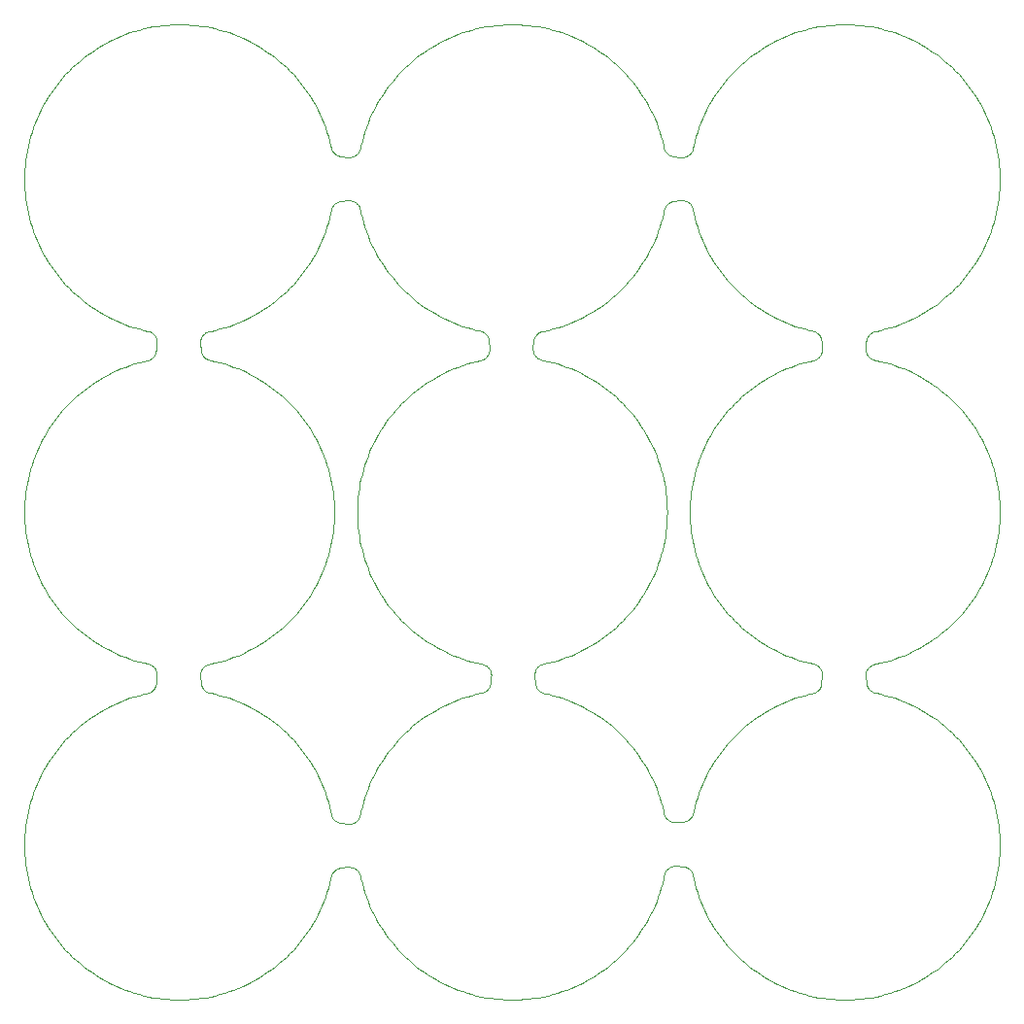
<source format=gko>
%MOIN*%
%OFA0B0*%
%FSLAX44Y44*%
%IPPOS*%
%LPD*%
%ADD10C,0*%
D10*
X00021939Y00027084D02*
X00021939Y00027084D01*
X00021939Y00027084D01*
X00021945Y00027108D01*
X00021952Y00027132D01*
X00021961Y00027155D01*
X00021971Y00027177D01*
X00021982Y00027199D01*
X00021995Y00027220D01*
X00022009Y00027240D01*
X00022025Y00027260D01*
X00022041Y00027278D01*
X00022059Y00027295D01*
X00022077Y00027311D01*
X00022097Y00027326D01*
X00022117Y00027340D01*
X00022139Y00027352D01*
X00022161Y00027363D01*
X00022183Y00027373D01*
X00022207Y00027381D01*
X00022230Y00027388D01*
X00022255Y00027393D01*
X00022279Y00027396D01*
X00022505Y00027423D01*
X00022534Y00027425D01*
X00022564Y00027426D01*
X00022593Y00027424D01*
X00022622Y00027419D01*
X00022650Y00027413D01*
X00022678Y00027405D01*
X00022706Y00027394D01*
X00022732Y00027382D01*
X00022757Y00027367D01*
X00022782Y00027351D01*
X00022805Y00027333D01*
X00022827Y00027314D01*
X00022847Y00027292D01*
X00022865Y00027270D01*
X00022882Y00027246D01*
X00022897Y00027221D01*
X00022910Y00027194D01*
X00022921Y00027167D01*
X00022930Y00027140D01*
X00022937Y00027111D01*
X00022960Y00026998D01*
X00022998Y00026837D01*
X00023042Y00026678D01*
X00023090Y00026520D01*
X00023143Y00026363D01*
X00023201Y00026208D01*
X00023263Y00026055D01*
X00023331Y00025904D01*
X00023403Y00025756D01*
X00023479Y00025609D01*
X00023561Y00025465D01*
X00023646Y00025324D01*
X00023736Y00025185D01*
X00023830Y00025049D01*
X00023929Y00024916D01*
X00024031Y00024787D01*
X00024138Y00024660D01*
X00024248Y00024537D01*
X00024362Y00024417D01*
X00024480Y00024301D01*
X00024601Y00024189D01*
X00024726Y00024081D01*
X00024854Y00023976D01*
X00024986Y00023876D01*
X00025120Y00023779D01*
X00025257Y00023687D01*
X00025397Y00023600D01*
X00025540Y00023516D01*
X00025685Y00023437D01*
X00025833Y00023363D01*
X00025983Y00023293D01*
X00026135Y00023228D01*
X00026289Y00023168D01*
X00026444Y00023112D01*
X00026602Y00023062D01*
X00026761Y00023016D01*
X00026921Y00022975D01*
X00027041Y00022949D01*
X00027065Y00022943D01*
X00027089Y00022935D01*
X00027112Y00022926D01*
X00027135Y00022915D01*
X00027157Y00022903D01*
X00027178Y00022889D01*
X00027198Y00022875D01*
X00027218Y00022858D01*
X00027236Y00022841D01*
X00027253Y00022823D01*
X00027269Y00022803D01*
X00027283Y00022783D01*
X00027297Y00022762D01*
X00027308Y00022740D01*
X00027319Y00022717D01*
X00027328Y00022693D01*
X00027335Y00022669D01*
X00027341Y00022645D01*
X00027346Y00022620D01*
X00027348Y00022595D01*
X00027368Y00022347D01*
X00027369Y00022319D01*
X00027368Y00022291D01*
X00027365Y00022263D01*
X00027361Y00022235D01*
X00027354Y00022208D01*
X00027345Y00022181D01*
X00027334Y00022155D01*
X00027322Y00022130D01*
X00027308Y00022106D01*
X00027292Y00022082D01*
X00027274Y00022060D01*
X00027255Y00022040D01*
X00027235Y00022020D01*
X00027213Y00022002D01*
X00027190Y00021986D01*
X00027165Y00021972D01*
X00027140Y00021959D01*
X00027114Y00021948D01*
X00027088Y00021939D01*
X00027060Y00021932D01*
X00026921Y00021901D01*
X00026761Y00021861D01*
X00026602Y00021815D01*
X00026444Y00021764D01*
X00026289Y00021709D01*
X00026135Y00021649D01*
X00025983Y00021584D01*
X00025833Y00021514D01*
X00025685Y00021439D01*
X00025540Y00021360D01*
X00025397Y00021277D01*
X00025257Y00021189D01*
X00025120Y00021097D01*
X00024986Y00021001D01*
X00024854Y00020900D01*
X00024726Y00020796D01*
X00024601Y00020687D01*
X00024480Y00020575D01*
X00024362Y00020459D01*
X00024248Y00020340D01*
X00024138Y00020217D01*
X00024031Y00020090D01*
X00023929Y00019960D01*
X00023830Y00019828D01*
X00023736Y00019692D01*
X00023646Y00019553D01*
X00023561Y00019412D01*
X00023479Y00019268D01*
X00023403Y00019121D01*
X00023331Y00018972D01*
X00023263Y00018821D01*
X00023201Y00018668D01*
X00023143Y00018513D01*
X00023090Y00018357D01*
X00023042Y00018199D01*
X00022998Y00018039D01*
X00022960Y00017878D01*
X00022927Y00017716D01*
X00022899Y00017553D01*
X00022876Y00017390D01*
X00022858Y00017225D01*
X00022845Y00017061D01*
X00022837Y00016895D01*
X00022835Y00016730D01*
X00022837Y00016565D01*
X00022845Y00016400D01*
X00022858Y00016235D01*
X00022876Y00016071D01*
X00022899Y00015907D01*
X00022927Y00015744D01*
X00022960Y00015582D01*
X00022998Y00015421D01*
X00023042Y00015262D01*
X00023090Y00015103D01*
X00023143Y00014947D01*
X00023201Y00014792D01*
X00023263Y00014639D01*
X00023331Y00014488D01*
X00023403Y00014339D01*
X00023479Y00014193D01*
X00023561Y00014049D01*
X00023646Y00013907D01*
X00023736Y00013769D01*
X00023830Y00013633D01*
X00023929Y00013500D01*
X00024031Y00013370D01*
X00024138Y00013244D01*
X00024248Y00013121D01*
X00024362Y00013001D01*
X00024480Y00012885D01*
X00024601Y00012773D01*
X00024726Y00012665D01*
X00024854Y00012560D01*
X00024986Y00012460D01*
X00025120Y00012363D01*
X00025257Y00012271D01*
X00025397Y00012183D01*
X00025540Y00012100D01*
X00025685Y00012021D01*
X00025833Y00011947D01*
X00025983Y00011877D01*
X00026135Y00011812D01*
X00026289Y00011752D01*
X00026444Y00011696D01*
X00026602Y00011645D01*
X00026761Y00011600D01*
X00026921Y00011559D01*
X00027062Y00011528D01*
X00027090Y00011521D01*
X00027117Y00011512D01*
X00027143Y00011501D01*
X00027168Y00011488D01*
X00027193Y00011473D01*
X00027216Y00011457D01*
X00027238Y00011439D01*
X00027258Y00011419D01*
X00027278Y00011398D01*
X00027295Y00011376D01*
X00027311Y00011352D01*
X00027325Y00011327D01*
X00027338Y00011302D01*
X00027348Y00011275D01*
X00027357Y00011248D01*
X00027363Y00011220D01*
X00027368Y00011192D01*
X00027370Y00011164D01*
X00027371Y00011136D01*
X00027369Y00011107D01*
X00027346Y00010859D01*
X00027343Y00010835D01*
X00027339Y00010810D01*
X00027332Y00010786D01*
X00027325Y00010763D01*
X00027316Y00010740D01*
X00027305Y00010717D01*
X00027293Y00010695D01*
X00027280Y00010674D01*
X00027265Y00010654D01*
X00027250Y00010635D01*
X00027233Y00010617D01*
X00027214Y00010600D01*
X00027195Y00010584D01*
X00027175Y00010570D01*
X00027154Y00010557D01*
X00027132Y00010545D01*
X00027110Y00010534D01*
X00027087Y00010525D01*
X00027063Y00010517D01*
X00027039Y00010511D01*
X00026921Y00010485D01*
X00026761Y00010444D01*
X00026602Y00010399D01*
X00026444Y00010348D01*
X00026289Y00010293D01*
X00026135Y00010232D01*
X00025983Y00010167D01*
X00025833Y00010098D01*
X00025685Y00010023D01*
X00025540Y00009944D01*
X00025397Y00009861D01*
X00025257Y00009773D01*
X00025120Y00009681D01*
X00024986Y00009585D01*
X00024854Y00009484D01*
X00024726Y00009380D01*
X00024601Y00009271D01*
X00024480Y00009159D01*
X00024362Y00009043D01*
X00024248Y00008923D01*
X00024138Y00008800D01*
X00024031Y00008674D01*
X00023929Y00008544D01*
X00023830Y00008411D01*
X00023736Y00008275D01*
X00023646Y00008137D01*
X00023561Y00007995D01*
X00023479Y00007851D01*
X00023403Y00007705D01*
X00023331Y00007556D01*
X00023263Y00007405D01*
X00023201Y00007252D01*
X00023143Y00007097D01*
X00023090Y00006941D01*
X00023042Y00006782D01*
X00022998Y00006623D01*
X00022960Y00006462D01*
X00022950Y00006415D01*
X00022944Y00006390D01*
X00022937Y00006366D01*
X00022928Y00006342D01*
X00022917Y00006319D01*
X00022905Y00006296D01*
X00022892Y00006274D01*
X00022877Y00006254D01*
X00022860Y00006234D01*
X00022843Y00006215D01*
X00022824Y00006198D01*
X00022805Y00006182D01*
X00022784Y00006167D01*
X00022762Y00006153D01*
X00022740Y00006141D01*
X00022716Y00006131D01*
X00022693Y00006122D01*
X00022668Y00006114D01*
X00022643Y00006108D01*
X00022618Y00006104D01*
X00022593Y00006101D01*
X00022349Y00006084D01*
X00022320Y00006083D01*
X00022292Y00006084D01*
X00022264Y00006087D01*
X00022236Y00006092D01*
X00022208Y00006099D01*
X00022182Y00006108D01*
X00022155Y00006119D01*
X00022130Y00006132D01*
X00022106Y00006147D01*
X00022083Y00006163D01*
X00022061Y00006181D01*
X00022040Y00006200D01*
X00022021Y00006221D01*
X00022003Y00006243D01*
X00021987Y00006267D01*
X00021973Y00006291D01*
X00021961Y00006317D01*
X00021950Y00006343D01*
X00021942Y00006370D01*
X00021935Y00006397D01*
X00021922Y00006462D01*
X00021883Y00006623D01*
X00021840Y00006782D01*
X00021792Y00006941D01*
X00021739Y00007097D01*
X00021681Y00007252D01*
X00021619Y00007405D01*
X00021551Y00007556D01*
X00021479Y00007705D01*
X00021402Y00007851D01*
X00021321Y00007995D01*
X00021236Y00008137D01*
X00021146Y00008275D01*
X00021051Y00008411D01*
X00020953Y00008544D01*
X00020851Y00008674D01*
X00020744Y00008800D01*
X00020634Y00008923D01*
X00020520Y00009043D01*
X00020402Y00009159D01*
X00020280Y00009271D01*
X00020156Y00009380D01*
X00020028Y00009484D01*
X00019896Y00009585D01*
X00019762Y00009681D01*
X00019625Y00009773D01*
X00019485Y00009861D01*
X00019342Y00009944D01*
X00019197Y00010023D01*
X00019049Y00010098D01*
X00018899Y00010167D01*
X00018747Y00010232D01*
X00018593Y00010293D01*
X00018437Y00010348D01*
X00018280Y00010399D01*
X00018121Y00010444D01*
X00017961Y00010485D01*
X00017832Y00010513D01*
X00017808Y00010520D01*
X00017785Y00010527D01*
X00017762Y00010536D01*
X00017739Y00010547D01*
X00017717Y00010559D01*
X00017696Y00010572D01*
X00017676Y00010587D01*
X00017657Y00010602D01*
X00017639Y00010619D01*
X00017622Y00010637D01*
X00017606Y00010656D01*
X00017592Y00010676D01*
X00017578Y00010697D01*
X00017566Y00010719D01*
X00017556Y00010742D01*
X00017547Y00010765D01*
X00017539Y00010788D01*
X00017533Y00010812D01*
X00017528Y00010837D01*
X00017525Y00010861D01*
X00017502Y00011104D01*
X00017501Y00011133D01*
X00017501Y00011161D01*
X00017504Y00011190D01*
X00017508Y00011218D01*
X00017515Y00011246D01*
X00017523Y00011273D01*
X00017534Y00011299D01*
X00017546Y00011325D01*
X00017560Y00011349D01*
X00017576Y00011373D01*
X00017594Y00011395D01*
X00017613Y00011417D01*
X00017634Y00011436D01*
X00017656Y00011454D01*
X00017679Y00011471D01*
X00017703Y00011485D01*
X00017729Y00011498D01*
X00017755Y00011509D01*
X00017782Y00011518D01*
X00017809Y00011526D01*
X00017961Y00011559D01*
X00018121Y00011600D01*
X00018280Y00011645D01*
X00018437Y00011696D01*
X00018593Y00011752D01*
X00018747Y00011812D01*
X00018899Y00011877D01*
X00019049Y00011947D01*
X00019197Y00012021D01*
X00019342Y00012100D01*
X00019485Y00012183D01*
X00019625Y00012271D01*
X00019762Y00012363D01*
X00019896Y00012460D01*
X00020028Y00012560D01*
X00020156Y00012665D01*
X00020280Y00012773D01*
X00020402Y00012885D01*
X00020520Y00013001D01*
X00020634Y00013121D01*
X00020744Y00013244D01*
X00020851Y00013370D01*
X00020953Y00013500D01*
X00021051Y00013633D01*
X00021146Y00013769D01*
X00021236Y00013907D01*
X00021321Y00014049D01*
X00021402Y00014193D01*
X00021479Y00014339D01*
X00021551Y00014488D01*
X00021619Y00014639D01*
X00021681Y00014792D01*
X00021739Y00014947D01*
X00021792Y00015103D01*
X00021840Y00015262D01*
X00021883Y00015421D01*
X00021922Y00015582D01*
X00021955Y00015744D01*
X00021983Y00015907D01*
X00022006Y00016071D01*
X00022024Y00016235D01*
X00022037Y00016400D01*
X00022045Y00016565D01*
X00022047Y00016730D01*
X00022045Y00016895D01*
X00022037Y00017061D01*
X00022024Y00017225D01*
X00022006Y00017390D01*
X00021983Y00017553D01*
X00021955Y00017716D01*
X00021922Y00017878D01*
X00021883Y00018039D01*
X00021840Y00018199D01*
X00021792Y00018357D01*
X00021739Y00018513D01*
X00021681Y00018668D01*
X00021619Y00018821D01*
X00021551Y00018972D01*
X00021479Y00019121D01*
X00021402Y00019268D01*
X00021321Y00019412D01*
X00021236Y00019553D01*
X00021146Y00019692D01*
X00021051Y00019828D01*
X00020953Y00019960D01*
X00020851Y00020090D01*
X00020744Y00020217D01*
X00020634Y00020340D01*
X00020520Y00020459D01*
X00020402Y00020575D01*
X00020280Y00020687D01*
X00020156Y00020796D01*
X00020028Y00020900D01*
X00019896Y00021001D01*
X00019762Y00021097D01*
X00019625Y00021189D01*
X00019485Y00021277D01*
X00019342Y00021360D01*
X00019197Y00021439D01*
X00019049Y00021514D01*
X00018899Y00021584D01*
X00018747Y00021649D01*
X00018593Y00021709D01*
X00018437Y00021764D01*
X00018280Y00021815D01*
X00018121Y00021861D01*
X00017961Y00021901D01*
X00017799Y00021937D01*
X00017764Y00021944D01*
X00017736Y00021950D01*
X00017708Y00021959D01*
X00017681Y00021969D01*
X00017655Y00021981D01*
X00017630Y00021996D01*
X00017606Y00022012D01*
X00017583Y00022030D01*
X00017562Y00022049D01*
X00017542Y00022070D01*
X00017524Y00022093D01*
X00017507Y00022116D01*
X00017492Y00022141D01*
X00017479Y00022167D01*
X00017468Y00022194D01*
X00017459Y00022222D01*
X00017452Y00022250D01*
X00017447Y00022278D01*
X00017444Y00022307D01*
X00017444Y00022336D01*
X00017445Y00022365D01*
X00017464Y00022584D01*
X00017467Y00022610D01*
X00017472Y00022635D01*
X00017478Y00022659D01*
X00017486Y00022684D01*
X00017496Y00022707D01*
X00017507Y00022730D01*
X00017519Y00022753D01*
X00017533Y00022774D01*
X00017548Y00022795D01*
X00017565Y00022814D01*
X00017583Y00022832D01*
X00017601Y00022850D01*
X00017621Y00022865D01*
X00017642Y00022880D01*
X00017664Y00022893D01*
X00017687Y00022905D01*
X00017710Y00022915D01*
X00017734Y00022924D01*
X00017759Y00022931D01*
X00017784Y00022937D01*
X00017799Y00022940D01*
X00017961Y00022975D01*
X00018121Y00023016D01*
X00018280Y00023062D01*
X00018437Y00023112D01*
X00018593Y00023168D01*
X00018747Y00023228D01*
X00018899Y00023293D01*
X00019049Y00023363D01*
X00019197Y00023437D01*
X00019342Y00023516D01*
X00019485Y00023600D01*
X00019625Y00023687D01*
X00019762Y00023779D01*
X00019896Y00023876D01*
X00020028Y00023976D01*
X00020156Y00024081D01*
X00020280Y00024189D01*
X00020402Y00024301D01*
X00020520Y00024417D01*
X00020634Y00024537D01*
X00020744Y00024660D01*
X00020851Y00024787D01*
X00020953Y00024916D01*
X00021051Y00025049D01*
X00021146Y00025185D01*
X00021236Y00025324D01*
X00021321Y00025465D01*
X00021402Y00025609D01*
X00021479Y00025756D01*
X00021551Y00025904D01*
X00021619Y00026055D01*
X00021681Y00026208D01*
X00021739Y00026363D01*
X00021792Y00026520D01*
X00021840Y00026678D01*
X00021883Y00026837D01*
X00021922Y00026998D01*
X00021939Y00027084D01*
X00010522Y00027086D02*
X00010522Y00027086D01*
X00010528Y00027110D01*
X00010535Y00027134D01*
X00010544Y00027157D01*
X00010554Y00027180D01*
X00010566Y00027202D01*
X00010579Y00027223D01*
X00010593Y00027243D01*
X00010609Y00027263D01*
X00010625Y00027281D01*
X00010643Y00027298D01*
X00010662Y00027315D01*
X00010682Y00027329D01*
X00010703Y00027343D01*
X00010725Y00027355D01*
X00010747Y00027366D01*
X00010770Y00027376D01*
X00010794Y00027384D01*
X00010818Y00027390D01*
X00010842Y00027395D01*
X00010867Y00027398D01*
X00011093Y00027422D01*
X00011122Y00027424D01*
X00011151Y00027424D01*
X00011180Y00027421D01*
X00011209Y00027417D01*
X00011237Y00027411D01*
X00011264Y00027402D01*
X00011291Y00027391D01*
X00011318Y00027379D01*
X00011343Y00027364D01*
X00011367Y00027348D01*
X00011389Y00027330D01*
X00011411Y00027311D01*
X00011431Y00027289D01*
X00011449Y00027267D01*
X00011465Y00027243D01*
X00011480Y00027218D01*
X00011493Y00027192D01*
X00011504Y00027165D01*
X00011513Y00027138D01*
X00011520Y00027110D01*
X00011543Y00026998D01*
X00011581Y00026837D01*
X00011624Y00026678D01*
X00011672Y00026520D01*
X00011725Y00026363D01*
X00011783Y00026208D01*
X00011846Y00026055D01*
X00011913Y00025904D01*
X00011985Y00025756D01*
X00012062Y00025609D01*
X00012143Y00025465D01*
X00012229Y00025324D01*
X00012319Y00025185D01*
X00012413Y00025049D01*
X00012511Y00024916D01*
X00012614Y00024787D01*
X00012720Y00024660D01*
X00012831Y00024537D01*
X00012945Y00024417D01*
X00013062Y00024301D01*
X00013184Y00024189D01*
X00013309Y00024081D01*
X00013437Y00023976D01*
X00013568Y00023876D01*
X00013702Y00023779D01*
X00013840Y00023687D01*
X00013980Y00023600D01*
X00014122Y00023516D01*
X00014268Y00023437D01*
X00014415Y00023363D01*
X00014565Y00023293D01*
X00014717Y00023228D01*
X00014871Y00023168D01*
X00015027Y00023112D01*
X00015184Y00023062D01*
X00015343Y00023016D01*
X00015503Y00022975D01*
X00015627Y00022948D01*
X00015651Y00022942D01*
X00015675Y00022934D01*
X00015698Y00022925D01*
X00015721Y00022914D01*
X00015743Y00022902D01*
X00015764Y00022889D01*
X00015784Y00022874D01*
X00015803Y00022858D01*
X00015822Y00022840D01*
X00015839Y00022822D01*
X00015854Y00022803D01*
X00015869Y00022782D01*
X00015882Y00022761D01*
X00015894Y00022739D01*
X00015905Y00022716D01*
X00015914Y00022693D01*
X00015921Y00022669D01*
X00015927Y00022644D01*
X00015931Y00022620D01*
X00015934Y00022595D01*
X00015953Y00022348D01*
X00015955Y00022320D01*
X00015954Y00022292D01*
X00015951Y00022264D01*
X00015946Y00022236D01*
X00015939Y00022209D01*
X00015931Y00022182D01*
X00015920Y00022156D01*
X00015908Y00022131D01*
X00015893Y00022106D01*
X00015877Y00022083D01*
X00015860Y00022061D01*
X00015841Y00022040D01*
X00015820Y00022021D01*
X00015798Y00022003D01*
X00015775Y00021987D01*
X00015751Y00021973D01*
X00015726Y00021960D01*
X00015700Y00021949D01*
X00015673Y00021940D01*
X00015646Y00021933D01*
X00015503Y00021901D01*
X00015343Y00021861D01*
X00015184Y00021815D01*
X00015027Y00021764D01*
X00014871Y00021709D01*
X00014717Y00021649D01*
X00014565Y00021584D01*
X00014415Y00021514D01*
X00014268Y00021439D01*
X00014122Y00021360D01*
X00013980Y00021277D01*
X00013840Y00021189D01*
X00013702Y00021097D01*
X00013568Y00021001D01*
X00013437Y00020900D01*
X00013309Y00020796D01*
X00013184Y00020687D01*
X00013062Y00020575D01*
X00012945Y00020459D01*
X00012831Y00020340D01*
X00012720Y00020217D01*
X00012614Y00020090D01*
X00012511Y00019960D01*
X00012413Y00019828D01*
X00012319Y00019692D01*
X00012229Y00019553D01*
X00012143Y00019412D01*
X00012062Y00019268D01*
X00011985Y00019121D01*
X00011913Y00018972D01*
X00011846Y00018821D01*
X00011783Y00018668D01*
X00011725Y00018513D01*
X00011672Y00018357D01*
X00011624Y00018199D01*
X00011581Y00018039D01*
X00011543Y00017878D01*
X00011509Y00017716D01*
X00011481Y00017553D01*
X00011458Y00017390D01*
X00011440Y00017225D01*
X00011427Y00017061D01*
X00011420Y00016895D01*
X00011417Y00016730D01*
X00011420Y00016565D01*
X00011427Y00016400D01*
X00011440Y00016235D01*
X00011458Y00016071D01*
X00011481Y00015907D01*
X00011509Y00015744D01*
X00011543Y00015582D01*
X00011581Y00015421D01*
X00011624Y00015262D01*
X00011672Y00015103D01*
X00011725Y00014947D01*
X00011783Y00014792D01*
X00011846Y00014639D01*
X00011913Y00014488D01*
X00011985Y00014339D01*
X00012062Y00014193D01*
X00012143Y00014049D01*
X00012229Y00013907D01*
X00012319Y00013769D01*
X00012413Y00013633D01*
X00012511Y00013500D01*
X00012614Y00013370D01*
X00012720Y00013244D01*
X00012831Y00013121D01*
X00012945Y00013001D01*
X00013062Y00012885D01*
X00013184Y00012773D01*
X00013309Y00012665D01*
X00013437Y00012560D01*
X00013568Y00012460D01*
X00013702Y00012363D01*
X00013840Y00012271D01*
X00013980Y00012183D01*
X00014122Y00012100D01*
X00014268Y00012021D01*
X00014415Y00011947D01*
X00014565Y00011877D01*
X00014717Y00011812D01*
X00014871Y00011752D01*
X00015027Y00011696D01*
X00015184Y00011645D01*
X00015343Y00011600D01*
X00015503Y00011559D01*
X00015665Y00011523D01*
X00015695Y00011518D01*
X00015723Y00011511D01*
X00015751Y00011503D01*
X00015778Y00011492D01*
X00015805Y00011479D01*
X00015830Y00011465D01*
X00015854Y00011448D01*
X00015877Y00011430D01*
X00015899Y00011410D01*
X00015919Y00011389D01*
X00015937Y00011366D01*
X00015954Y00011342D01*
X00015968Y00011317D01*
X00015981Y00011291D01*
X00015992Y00011264D01*
X00016001Y00011236D01*
X00016008Y00011207D01*
X00016012Y00011178D01*
X00016015Y00011149D01*
X00016015Y00011120D01*
X00016013Y00011091D01*
X00015990Y00010869D01*
X00015987Y00010844D01*
X00015982Y00010819D01*
X00015976Y00010795D01*
X00015968Y00010771D01*
X00015958Y00010748D01*
X00015947Y00010725D01*
X00015934Y00010703D01*
X00015920Y00010682D01*
X00015905Y00010662D01*
X00015889Y00010643D01*
X00015871Y00010625D01*
X00015852Y00010608D01*
X00015832Y00010592D01*
X00015812Y00010578D01*
X00015790Y00010565D01*
X00015768Y00010553D01*
X00015744Y00010543D01*
X00015721Y00010535D01*
X00015696Y00010528D01*
X00015672Y00010522D01*
X00015665Y00010521D01*
X00015503Y00010485D01*
X00015343Y00010444D01*
X00015184Y00010399D01*
X00015027Y00010348D01*
X00014871Y00010293D01*
X00014717Y00010232D01*
X00014565Y00010167D01*
X00014415Y00010098D01*
X00014268Y00010023D01*
X00014122Y00009944D01*
X00013980Y00009861D01*
X00013840Y00009773D01*
X00013702Y00009681D01*
X00013568Y00009585D01*
X00013437Y00009484D01*
X00013309Y00009380D01*
X00013184Y00009271D01*
X00013062Y00009159D01*
X00012945Y00009043D01*
X00012831Y00008923D01*
X00012720Y00008800D01*
X00012614Y00008674D01*
X00012511Y00008544D01*
X00012413Y00008411D01*
X00012319Y00008275D01*
X00012229Y00008137D01*
X00012143Y00007995D01*
X00012062Y00007851D01*
X00011985Y00007705D01*
X00011913Y00007556D01*
X00011846Y00007405D01*
X00011783Y00007252D01*
X00011725Y00007097D01*
X00011672Y00006941D01*
X00011624Y00006782D01*
X00011581Y00006623D01*
X00011543Y00006462D01*
X00011519Y00006347D01*
X00011512Y00006319D01*
X00011503Y00006292D01*
X00011492Y00006265D01*
X00011479Y00006239D01*
X00011465Y00006214D01*
X00011448Y00006190D01*
X00011430Y00006167D01*
X00011410Y00006146D01*
X00011389Y00006127D01*
X00011366Y00006109D01*
X00011342Y00006092D01*
X00011317Y00006078D01*
X00011291Y00006065D01*
X00011264Y00006055D01*
X00011236Y00006046D01*
X00011208Y00006040D01*
X00011179Y00006035D01*
X00011150Y00006033D01*
X00011121Y00006033D01*
X00011092Y00006035D01*
X00010867Y00006058D01*
X00010843Y00006062D01*
X00010818Y00006067D01*
X00010794Y00006073D01*
X00010771Y00006081D01*
X00010748Y00006091D01*
X00010725Y00006101D01*
X00010704Y00006114D01*
X00010683Y00006127D01*
X00010663Y00006142D01*
X00010644Y00006158D01*
X00010626Y00006176D01*
X00010609Y00006194D01*
X00010594Y00006213D01*
X00010579Y00006234D01*
X00010566Y00006255D01*
X00010555Y00006277D01*
X00010545Y00006300D01*
X00010536Y00006323D01*
X00010529Y00006347D01*
X00010523Y00006371D01*
X00010504Y00006462D01*
X00010466Y00006623D01*
X00010423Y00006782D01*
X00010375Y00006941D01*
X00010322Y00007097D01*
X00010264Y00007252D01*
X00010201Y00007405D01*
X00010134Y00007556D01*
X00010062Y00007705D01*
X00009985Y00007851D01*
X00009904Y00007995D01*
X00009818Y00008137D01*
X00009728Y00008275D01*
X00009634Y00008411D01*
X00009535Y00008544D01*
X00009433Y00008674D01*
X00009327Y00008800D01*
X00009216Y00008923D01*
X00009102Y00009043D01*
X00008984Y00009159D01*
X00008863Y00009271D01*
X00008738Y00009380D01*
X00008610Y00009484D01*
X00008479Y00009585D01*
X00008344Y00009681D01*
X00008207Y00009773D01*
X00008067Y00009861D01*
X00007924Y00009944D01*
X00007779Y00010023D01*
X00007631Y00010098D01*
X00007481Y00010167D01*
X00007329Y00010232D01*
X00007176Y00010293D01*
X00007020Y00010348D01*
X00006862Y00010399D01*
X00006704Y00010444D01*
X00006543Y00010485D01*
X00006382Y00010521D01*
X00006371Y00010523D01*
X00006346Y00010528D01*
X00006322Y00010535D01*
X00006298Y00010544D01*
X00006275Y00010554D01*
X00006253Y00010566D01*
X00006231Y00010578D01*
X00006210Y00010593D01*
X00006191Y00010608D01*
X00006172Y00010625D01*
X00006154Y00010643D01*
X00006138Y00010662D01*
X00006122Y00010682D01*
X00006109Y00010704D01*
X00006096Y00010725D01*
X00006085Y00010748D01*
X00006075Y00010771D01*
X00006067Y00010795D01*
X00006061Y00010820D01*
X00006056Y00010844D01*
X00006052Y00010869D01*
X00006030Y00011090D01*
X00006028Y00011119D01*
X00006028Y00011148D01*
X00006030Y00011178D01*
X00006035Y00011206D01*
X00006042Y00011235D01*
X00006051Y00011263D01*
X00006061Y00011290D01*
X00006074Y00011316D01*
X00006089Y00011341D01*
X00006106Y00011366D01*
X00006124Y00011388D01*
X00006144Y00011410D01*
X00006166Y00011430D01*
X00006189Y00011448D01*
X00006213Y00011464D01*
X00006238Y00011479D01*
X00006264Y00011491D01*
X00006292Y00011502D01*
X00006320Y00011511D01*
X00006348Y00011517D01*
X00006382Y00011523D01*
X00006543Y00011559D01*
X00006704Y00011600D01*
X00006862Y00011645D01*
X00007020Y00011696D01*
X00007176Y00011752D01*
X00007329Y00011812D01*
X00007481Y00011877D01*
X00007631Y00011947D01*
X00007779Y00012021D01*
X00007924Y00012100D01*
X00008067Y00012183D01*
X00008207Y00012271D01*
X00008344Y00012363D01*
X00008479Y00012460D01*
X00008610Y00012560D01*
X00008738Y00012665D01*
X00008863Y00012773D01*
X00008984Y00012885D01*
X00009102Y00013001D01*
X00009216Y00013121D01*
X00009327Y00013244D01*
X00009433Y00013370D01*
X00009535Y00013500D01*
X00009634Y00013633D01*
X00009728Y00013769D01*
X00009818Y00013907D01*
X00009904Y00014049D01*
X00009985Y00014193D01*
X00010062Y00014339D01*
X00010134Y00014488D01*
X00010201Y00014639D01*
X00010264Y00014792D01*
X00010322Y00014947D01*
X00010375Y00015103D01*
X00010423Y00015262D01*
X00010466Y00015421D01*
X00010504Y00015582D01*
X00010537Y00015744D01*
X00010565Y00015907D01*
X00010589Y00016071D01*
X00010607Y00016235D01*
X00010619Y00016400D01*
X00010627Y00016565D01*
X00010630Y00016730D01*
X00010627Y00016895D01*
X00010619Y00017061D01*
X00010607Y00017225D01*
X00010589Y00017390D01*
X00010565Y00017553D01*
X00010537Y00017716D01*
X00010504Y00017878D01*
X00010466Y00018039D01*
X00010423Y00018199D01*
X00010375Y00018357D01*
X00010322Y00018513D01*
X00010264Y00018668D01*
X00010201Y00018821D01*
X00010134Y00018972D01*
X00010062Y00019121D01*
X00009985Y00019268D01*
X00009904Y00019412D01*
X00009818Y00019553D01*
X00009728Y00019692D01*
X00009634Y00019828D01*
X00009535Y00019960D01*
X00009433Y00020090D01*
X00009327Y00020217D01*
X00009216Y00020340D01*
X00009102Y00020459D01*
X00008984Y00020575D01*
X00008863Y00020687D01*
X00008738Y00020796D01*
X00008610Y00020900D01*
X00008479Y00021001D01*
X00008344Y00021097D01*
X00008207Y00021189D01*
X00008067Y00021277D01*
X00007924Y00021360D01*
X00007779Y00021439D01*
X00007631Y00021514D01*
X00007481Y00021584D01*
X00007329Y00021649D01*
X00007176Y00021709D01*
X00007020Y00021764D01*
X00006862Y00021815D01*
X00006704Y00021861D01*
X00006543Y00021901D01*
X00006382Y00021937D01*
X00006372Y00021939D01*
X00006347Y00021944D01*
X00006323Y00021951D01*
X00006300Y00021960D01*
X00006277Y00021970D01*
X00006254Y00021981D01*
X00006233Y00021994D01*
X00006212Y00022008D01*
X00006192Y00022024D01*
X00006174Y00022040D01*
X00006156Y00022058D01*
X00006140Y00022077D01*
X00006125Y00022097D01*
X00006111Y00022118D01*
X00006098Y00022139D01*
X00006087Y00022162D01*
X00006077Y00022185D01*
X00006069Y00022209D01*
X00006062Y00022233D01*
X00006057Y00022257D01*
X00006054Y00022282D01*
X00006029Y00022503D01*
X00006027Y00022532D01*
X00006027Y00022561D01*
X00006029Y00022591D01*
X00006033Y00022620D01*
X00006040Y00022648D01*
X00006049Y00022677D01*
X00006060Y00022704D01*
X00006072Y00022730D01*
X00006087Y00022756D01*
X00006104Y00022780D01*
X00006122Y00022803D01*
X00006142Y00022825D01*
X00006164Y00022845D01*
X00006187Y00022863D01*
X00006211Y00022880D01*
X00006236Y00022894D01*
X00006263Y00022907D01*
X00006290Y00022918D01*
X00006319Y00022927D01*
X00006347Y00022933D01*
X00006382Y00022940D01*
X00006543Y00022975D01*
X00006704Y00023016D01*
X00006862Y00023062D01*
X00007020Y00023112D01*
X00007176Y00023168D01*
X00007329Y00023228D01*
X00007481Y00023293D01*
X00007631Y00023363D01*
X00007779Y00023437D01*
X00007924Y00023516D01*
X00008067Y00023600D01*
X00008207Y00023687D01*
X00008344Y00023779D01*
X00008479Y00023876D01*
X00008610Y00023976D01*
X00008738Y00024081D01*
X00008863Y00024189D01*
X00008984Y00024301D01*
X00009102Y00024417D01*
X00009216Y00024537D01*
X00009327Y00024660D01*
X00009433Y00024787D01*
X00009535Y00024916D01*
X00009634Y00025049D01*
X00009728Y00025185D01*
X00009818Y00025324D01*
X00009904Y00025465D01*
X00009985Y00025609D01*
X00010062Y00025756D01*
X00010134Y00025904D01*
X00010201Y00026055D01*
X00010264Y00026208D01*
X00010322Y00026363D01*
X00010375Y00026520D01*
X00010423Y00026678D01*
X00010466Y00026837D01*
X00010504Y00026998D01*
X00010522Y00027086D01*
X00011528Y00029222D02*
X00011528Y00029222D01*
X00011528Y00029222D01*
X00011521Y00029194D01*
X00011512Y00029167D01*
X00011501Y00029140D01*
X00011488Y00029114D01*
X00011474Y00029089D01*
X00011457Y00029065D01*
X00011439Y00029043D01*
X00011419Y00029022D01*
X00011398Y00029002D01*
X00011375Y00028984D01*
X00011352Y00028968D01*
X00011327Y00028954D01*
X00011301Y00028941D01*
X00011274Y00028930D01*
X00011246Y00028922D01*
X00011218Y00028915D01*
X00011190Y00028911D01*
X00011161Y00028908D01*
X00011132Y00028908D01*
X00011103Y00028910D01*
X00010861Y00028934D01*
X00010836Y00028937D01*
X00010811Y00028942D01*
X00010787Y00028948D01*
X00010764Y00028956D01*
X00010740Y00028965D01*
X00010718Y00028976D01*
X00010696Y00028988D01*
X00010675Y00029002D01*
X00010655Y00029017D01*
X00010636Y00029033D01*
X00010618Y00029050D01*
X00010601Y00029069D01*
X00010585Y00029088D01*
X00010571Y00029109D01*
X00010558Y00029130D01*
X00010546Y00029152D01*
X00010536Y00029175D01*
X00010527Y00029198D01*
X00010520Y00029222D01*
X00010514Y00029246D01*
X00010514Y00029246D01*
X00010504Y00029295D01*
X00010466Y00029455D01*
X00010423Y00029615D01*
X00010375Y00029773D01*
X00010322Y00029930D01*
X00010264Y00030085D01*
X00010201Y00030238D01*
X00010134Y00030389D01*
X00010062Y00030537D01*
X00009985Y00030684D01*
X00009904Y00030828D01*
X00009818Y00030969D01*
X00009728Y00031108D01*
X00009634Y00031244D01*
X00009535Y00031377D01*
X00009433Y00031506D01*
X00009327Y00031633D01*
X00009216Y00031756D01*
X00009102Y00031875D01*
X00008984Y00031991D01*
X00008863Y00032104D01*
X00008738Y00032212D01*
X00008610Y00032317D01*
X00008479Y00032417D01*
X00008344Y00032513D01*
X00008207Y00032606D01*
X00008067Y00032693D01*
X00007924Y00032777D01*
X00007779Y00032856D01*
X00007631Y00032930D01*
X00007481Y00033000D01*
X00007329Y00033065D01*
X00007176Y00033125D01*
X00007020Y00033181D01*
X00006862Y00033231D01*
X00006704Y00033277D01*
X00006543Y00033318D01*
X00006382Y00033353D01*
X00006219Y00033384D01*
X00006056Y00033410D01*
X00005892Y00033430D01*
X00005727Y00033445D01*
X00005562Y00033456D01*
X00005397Y00033461D01*
X00005232Y00033461D01*
X00005067Y00033456D01*
X00004902Y00033445D01*
X00004737Y00033430D01*
X00004573Y00033410D01*
X00004410Y00033384D01*
X00004247Y00033353D01*
X00004086Y00033318D01*
X00003926Y00033277D01*
X00003767Y00033231D01*
X00003609Y00033181D01*
X00003454Y00033125D01*
X00003300Y00033065D01*
X00003148Y00033000D01*
X00002998Y00032930D01*
X00002850Y00032856D01*
X00002705Y00032777D01*
X00002562Y00032693D01*
X00002422Y00032606D01*
X00002285Y00032513D01*
X00002150Y00032417D01*
X00002019Y00032317D01*
X00001891Y00032212D01*
X00001766Y00032104D01*
X00001645Y00031991D01*
X00001527Y00031875D01*
X00001413Y00031756D01*
X00001303Y00031633D01*
X00001196Y00031506D01*
X00001094Y00031377D01*
X00000995Y00031244D01*
X00000901Y00031108D01*
X00000811Y00030969D01*
X00000725Y00030828D01*
X00000644Y00030684D01*
X00000568Y00030537D01*
X00000496Y00030389D01*
X00000428Y00030238D01*
X00000365Y00030085D01*
X00000308Y00029930D01*
X00000255Y00029773D01*
X00000206Y00029615D01*
X00000163Y00029455D01*
X00000125Y00029295D01*
X00000092Y00029133D01*
X00000064Y00028970D01*
X00000041Y00028806D01*
X00000023Y00028642D01*
X00000010Y00028477D01*
X00000002Y00028312D01*
X00000000Y00028146D01*
X00000002Y00027981D01*
X00000010Y00027816D01*
X00000023Y00027651D01*
X00000041Y00027487D01*
X00000064Y00027323D01*
X00000092Y00027160D01*
X00000125Y00026998D01*
X00000163Y00026837D01*
X00000206Y00026678D01*
X00000255Y00026520D01*
X00000308Y00026363D01*
X00000365Y00026208D01*
X00000428Y00026055D01*
X00000496Y00025904D01*
X00000568Y00025756D01*
X00000644Y00025609D01*
X00000725Y00025465D01*
X00000811Y00025324D01*
X00000901Y00025185D01*
X00000995Y00025049D01*
X00001094Y00024916D01*
X00001196Y00024787D01*
X00001303Y00024660D01*
X00001413Y00024537D01*
X00001527Y00024417D01*
X00001645Y00024301D01*
X00001766Y00024189D01*
X00001891Y00024081D01*
X00002019Y00023976D01*
X00002150Y00023876D01*
X00002285Y00023779D01*
X00002422Y00023687D01*
X00002562Y00023600D01*
X00002705Y00023516D01*
X00002850Y00023437D01*
X00002998Y00023363D01*
X00003148Y00023293D01*
X00003300Y00023228D01*
X00003454Y00023168D01*
X00003609Y00023112D01*
X00003767Y00023062D01*
X00003926Y00023016D01*
X00004086Y00022975D01*
X00004235Y00022942D01*
X00004262Y00022935D01*
X00004289Y00022926D01*
X00004316Y00022915D01*
X00004341Y00022902D01*
X00004366Y00022887D01*
X00004389Y00022871D01*
X00004411Y00022852D01*
X00004432Y00022833D01*
X00004451Y00022811D01*
X00004468Y00022789D01*
X00004484Y00022765D01*
X00004499Y00022740D01*
X00004511Y00022714D01*
X00004521Y00022688D01*
X00004530Y00022660D01*
X00004536Y00022632D01*
X00004540Y00022604D01*
X00004543Y00022576D01*
X00004543Y00022547D01*
X00004541Y00022518D01*
X00004516Y00022273D01*
X00004513Y00022249D01*
X00004508Y00022225D01*
X00004502Y00022201D01*
X00004494Y00022178D01*
X00004485Y00022155D01*
X00004474Y00022133D01*
X00004463Y00022111D01*
X00004449Y00022090D01*
X00004435Y00022070D01*
X00004419Y00022051D01*
X00004402Y00022034D01*
X00004384Y00022017D01*
X00004365Y00022001D01*
X00004345Y00021987D01*
X00004324Y00021974D01*
X00004302Y00021962D01*
X00004280Y00021951D01*
X00004257Y00021942D01*
X00004234Y00021935D01*
X00004210Y00021929D01*
X00004086Y00021901D01*
X00003926Y00021861D01*
X00003767Y00021815D01*
X00003609Y00021764D01*
X00003454Y00021709D01*
X00003300Y00021649D01*
X00003148Y00021584D01*
X00002998Y00021514D01*
X00002850Y00021439D01*
X00002705Y00021360D01*
X00002562Y00021277D01*
X00002422Y00021189D01*
X00002285Y00021097D01*
X00002150Y00021001D01*
X00002019Y00020900D01*
X00001891Y00020796D01*
X00001766Y00020687D01*
X00001645Y00020575D01*
X00001527Y00020459D01*
X00001413Y00020340D01*
X00001303Y00020217D01*
X00001196Y00020090D01*
X00001094Y00019960D01*
X00000995Y00019828D01*
X00000901Y00019692D01*
X00000811Y00019553D01*
X00000725Y00019412D01*
X00000644Y00019268D01*
X00000568Y00019121D01*
X00000496Y00018972D01*
X00000428Y00018821D01*
X00000365Y00018668D01*
X00000308Y00018513D01*
X00000255Y00018357D01*
X00000206Y00018199D01*
X00000163Y00018039D01*
X00000125Y00017878D01*
X00000092Y00017716D01*
X00000064Y00017553D01*
X00000041Y00017390D01*
X00000023Y00017225D01*
X00000010Y00017061D01*
X00000002Y00016895D01*
X00000000Y00016730D01*
X00000002Y00016565D01*
X00000010Y00016400D01*
X00000023Y00016235D01*
X00000041Y00016071D01*
X00000064Y00015907D01*
X00000092Y00015744D01*
X00000125Y00015582D01*
X00000163Y00015421D01*
X00000206Y00015262D01*
X00000255Y00015103D01*
X00000308Y00014947D01*
X00000365Y00014792D01*
X00000428Y00014639D01*
X00000496Y00014488D01*
X00000568Y00014339D01*
X00000644Y00014193D01*
X00000725Y00014049D01*
X00000811Y00013907D01*
X00000901Y00013769D01*
X00000995Y00013633D01*
X00001094Y00013500D01*
X00001196Y00013370D01*
X00001303Y00013244D01*
X00001413Y00013121D01*
X00001527Y00013001D01*
X00001645Y00012885D01*
X00001766Y00012773D01*
X00001891Y00012665D01*
X00002019Y00012560D01*
X00002150Y00012460D01*
X00002285Y00012363D01*
X00002422Y00012271D01*
X00002562Y00012183D01*
X00002705Y00012100D01*
X00002850Y00012021D01*
X00002998Y00011947D01*
X00003148Y00011877D01*
X00003300Y00011812D01*
X00003454Y00011752D01*
X00003609Y00011696D01*
X00003767Y00011645D01*
X00003926Y00011600D01*
X00004086Y00011559D01*
X00004233Y00011526D01*
X00004261Y00011519D01*
X00004288Y00011510D01*
X00004314Y00011499D01*
X00004340Y00011486D01*
X00004364Y00011472D01*
X00004387Y00011455D01*
X00004409Y00011437D01*
X00004430Y00011417D01*
X00004449Y00011396D01*
X00004467Y00011374D01*
X00004482Y00011350D01*
X00004497Y00011326D01*
X00004509Y00011300D01*
X00004519Y00011274D01*
X00004528Y00011246D01*
X00004535Y00011219D01*
X00004539Y00011191D01*
X00004542Y00011162D01*
X00004542Y00011134D01*
X00004540Y00011105D01*
X00004518Y00010860D01*
X00004515Y00010836D01*
X00004510Y00010812D01*
X00004504Y00010787D01*
X00004496Y00010764D01*
X00004487Y00010741D01*
X00004476Y00010718D01*
X00004464Y00010697D01*
X00004451Y00010676D01*
X00004437Y00010656D01*
X00004421Y00010637D01*
X00004404Y00010618D01*
X00004386Y00010602D01*
X00004367Y00010586D01*
X00004347Y00010571D01*
X00004326Y00010558D01*
X00004304Y00010546D01*
X00004281Y00010535D01*
X00004258Y00010526D01*
X00004235Y00010519D01*
X00004211Y00010513D01*
X00004086Y00010485D01*
X00003926Y00010444D01*
X00003767Y00010399D01*
X00003609Y00010348D01*
X00003454Y00010293D01*
X00003300Y00010232D01*
X00003148Y00010167D01*
X00002998Y00010098D01*
X00002850Y00010023D01*
X00002705Y00009944D01*
X00002562Y00009861D01*
X00002422Y00009773D01*
X00002285Y00009681D01*
X00002150Y00009585D01*
X00002019Y00009484D01*
X00001891Y00009380D01*
X00001766Y00009271D01*
X00001645Y00009159D01*
X00001527Y00009043D01*
X00001413Y00008923D01*
X00001303Y00008800D01*
X00001196Y00008674D01*
X00001094Y00008544D01*
X00000995Y00008411D01*
X00000901Y00008275D01*
X00000811Y00008137D01*
X00000725Y00007995D01*
X00000644Y00007851D01*
X00000568Y00007705D01*
X00000496Y00007556D01*
X00000428Y00007405D01*
X00000365Y00007252D01*
X00000308Y00007097D01*
X00000255Y00006941D01*
X00000206Y00006782D01*
X00000163Y00006623D01*
X00000125Y00006462D01*
X00000092Y00006300D01*
X00000064Y00006137D01*
X00000041Y00005974D01*
X00000023Y00005809D01*
X00000010Y00005644D01*
X00000002Y00005479D01*
X00000000Y00005314D01*
X00000002Y00005149D01*
X00000010Y00004983D01*
X00000023Y00004819D01*
X00000041Y00004654D01*
X00000064Y00004491D01*
X00000092Y00004328D01*
X00000125Y00004166D01*
X00000163Y00004005D01*
X00000206Y00003845D01*
X00000255Y00003687D01*
X00000308Y00003531D01*
X00000365Y00003376D01*
X00000428Y00003223D01*
X00000496Y00003072D01*
X00000568Y00002923D01*
X00000644Y00002777D01*
X00000725Y00002633D01*
X00000811Y00002491D01*
X00000901Y00002352D01*
X00000995Y00002217D01*
X00001094Y00002084D01*
X00001196Y00001954D01*
X00001303Y00001828D01*
X00001413Y00001705D01*
X00001527Y00001585D01*
X00001645Y00001469D01*
X00001766Y00001357D01*
X00001891Y00001248D01*
X00002019Y00001144D01*
X00002150Y00001043D01*
X00002285Y00000947D01*
X00002422Y00000855D01*
X00002562Y00000767D01*
X00002705Y00000684D01*
X00002850Y00000605D01*
X00002998Y00000530D01*
X00003148Y00000461D01*
X00003300Y00000396D01*
X00003454Y00000335D01*
X00003609Y00000280D01*
X00003767Y00000229D01*
X00003926Y00000184D01*
X00004086Y00000143D01*
X00004247Y00000107D01*
X00004410Y00000076D01*
X00004573Y00000051D01*
X00004737Y00000030D01*
X00004902Y00000015D01*
X00005067Y00000005D01*
X00005232Y00000000D01*
X00005397Y00000000D01*
X00005562Y00000005D01*
X00005727Y00000015D01*
X00005892Y00000030D01*
X00006056Y00000051D01*
X00006219Y00000076D01*
X00006382Y00000107D01*
X00006543Y00000143D01*
X00006704Y00000184D01*
X00006862Y00000229D01*
X00007020Y00000280D01*
X00007176Y00000335D01*
X00007329Y00000396D01*
X00007481Y00000461D01*
X00007631Y00000530D01*
X00007779Y00000605D01*
X00007924Y00000684D01*
X00008067Y00000767D01*
X00008207Y00000855D01*
X00008344Y00000947D01*
X00008479Y00001043D01*
X00008610Y00001144D01*
X00008738Y00001248D01*
X00008863Y00001357D01*
X00008984Y00001469D01*
X00009102Y00001585D01*
X00009216Y00001705D01*
X00009327Y00001828D01*
X00009433Y00001954D01*
X00009535Y00002084D01*
X00009634Y00002217D01*
X00009728Y00002352D01*
X00009818Y00002491D01*
X00009904Y00002633D01*
X00009985Y00002777D01*
X00010062Y00002923D01*
X00010134Y00003072D01*
X00010201Y00003223D01*
X00010264Y00003376D01*
X00010322Y00003531D01*
X00010375Y00003687D01*
X00010423Y00003845D01*
X00010466Y00004005D01*
X00010504Y00004166D01*
X00010513Y00004210D01*
X00010519Y00004235D01*
X00010526Y00004259D01*
X00010535Y00004282D01*
X00010546Y00004305D01*
X00010557Y00004327D01*
X00010570Y00004348D01*
X00010585Y00004368D01*
X00010600Y00004388D01*
X00010617Y00004406D01*
X00010635Y00004424D01*
X00010654Y00004440D01*
X00010674Y00004455D01*
X00010695Y00004468D01*
X00010717Y00004481D01*
X00010740Y00004491D01*
X00010763Y00004501D01*
X00010787Y00004509D01*
X00010811Y00004515D01*
X00010835Y00004520D01*
X00010860Y00004523D01*
X00011104Y00004547D01*
X00011133Y00004549D01*
X00011162Y00004549D01*
X00011190Y00004546D01*
X00011219Y00004542D01*
X00011247Y00004535D01*
X00011275Y00004526D01*
X00011301Y00004516D01*
X00011327Y00004503D01*
X00011352Y00004489D01*
X00011376Y00004472D01*
X00011399Y00004454D01*
X00011420Y00004435D01*
X00011440Y00004414D01*
X00011458Y00004391D01*
X00011474Y00004368D01*
X00011489Y00004343D01*
X00011502Y00004317D01*
X00011513Y00004290D01*
X00011522Y00004263D01*
X00011528Y00004234D01*
X00011543Y00004166D01*
X00011581Y00004005D01*
X00011624Y00003845D01*
X00011672Y00003687D01*
X00011725Y00003531D01*
X00011783Y00003376D01*
X00011846Y00003223D01*
X00011913Y00003072D01*
X00011985Y00002923D01*
X00012062Y00002777D01*
X00012143Y00002633D01*
X00012229Y00002491D01*
X00012319Y00002352D01*
X00012413Y00002217D01*
X00012511Y00002084D01*
X00012614Y00001954D01*
X00012720Y00001828D01*
X00012831Y00001705D01*
X00012945Y00001585D01*
X00013062Y00001469D01*
X00013184Y00001357D01*
X00013309Y00001248D01*
X00013437Y00001144D01*
X00013568Y00001043D01*
X00013702Y00000947D01*
X00013840Y00000855D01*
X00013980Y00000767D01*
X00014122Y00000684D01*
X00014268Y00000605D01*
X00014415Y00000530D01*
X00014565Y00000461D01*
X00014717Y00000396D01*
X00014871Y00000335D01*
X00015027Y00000280D01*
X00015184Y00000229D01*
X00015343Y00000184D01*
X00015503Y00000143D01*
X00015665Y00000107D01*
X00015827Y00000076D01*
X00015991Y00000051D01*
X00016155Y00000030D01*
X00016319Y00000015D01*
X00016484Y00000005D01*
X00016649Y00000000D01*
X00016815Y00000000D01*
X00016980Y00000005D01*
X00017145Y00000015D01*
X00017310Y00000030D01*
X00017474Y00000051D01*
X00017637Y00000076D01*
X00017799Y00000107D01*
X00017961Y00000143D01*
X00018121Y00000184D01*
X00018280Y00000229D01*
X00018437Y00000280D01*
X00018593Y00000335D01*
X00018747Y00000396D01*
X00018899Y00000461D01*
X00019049Y00000530D01*
X00019197Y00000605D01*
X00019342Y00000684D01*
X00019485Y00000767D01*
X00019625Y00000855D01*
X00019762Y00000947D01*
X00019896Y00001043D01*
X00020028Y00001144D01*
X00020156Y00001248D01*
X00020280Y00001357D01*
X00020402Y00001469D01*
X00020520Y00001585D01*
X00020634Y00001705D01*
X00020744Y00001828D01*
X00020851Y00001954D01*
X00020953Y00002084D01*
X00021051Y00002217D01*
X00021146Y00002352D01*
X00021236Y00002491D01*
X00021321Y00002633D01*
X00021402Y00002777D01*
X00021479Y00002923D01*
X00021551Y00003072D01*
X00021619Y00003223D01*
X00021681Y00003376D01*
X00021739Y00003531D01*
X00021792Y00003687D01*
X00021840Y00003845D01*
X00021883Y00004005D01*
X00021922Y00004166D01*
X00021945Y00004278D01*
X00021951Y00004305D01*
X00021960Y00004332D01*
X00021971Y00004359D01*
X00021983Y00004384D01*
X00021997Y00004409D01*
X00022013Y00004432D01*
X00022031Y00004455D01*
X00022050Y00004475D01*
X00022071Y00004495D01*
X00022093Y00004513D01*
X00022116Y00004529D01*
X00022141Y00004544D01*
X00022166Y00004556D01*
X00022192Y00004567D01*
X00022219Y00004576D01*
X00022247Y00004583D01*
X00022275Y00004588D01*
X00022303Y00004591D01*
X00022332Y00004592D01*
X00022360Y00004591D01*
X00022585Y00004574D01*
X00022610Y00004571D01*
X00022635Y00004567D01*
X00022660Y00004561D01*
X00022684Y00004554D01*
X00022708Y00004544D01*
X00022731Y00004534D01*
X00022753Y00004522D01*
X00022775Y00004508D01*
X00022796Y00004493D01*
X00022815Y00004477D01*
X00022834Y00004460D01*
X00022851Y00004441D01*
X00022867Y00004421D01*
X00022882Y00004401D01*
X00022896Y00004379D01*
X00022908Y00004357D01*
X00022918Y00004333D01*
X00022927Y00004310D01*
X00022935Y00004285D01*
X00022941Y00004261D01*
X00022960Y00004166D01*
X00022998Y00004005D01*
X00023042Y00003845D01*
X00023090Y00003687D01*
X00023143Y00003531D01*
X00023201Y00003376D01*
X00023263Y00003223D01*
X00023331Y00003072D01*
X00023403Y00002923D01*
X00023479Y00002777D01*
X00023561Y00002633D01*
X00023646Y00002491D01*
X00023736Y00002352D01*
X00023830Y00002217D01*
X00023929Y00002084D01*
X00024031Y00001954D01*
X00024138Y00001828D01*
X00024248Y00001705D01*
X00024362Y00001585D01*
X00024480Y00001469D01*
X00024601Y00001357D01*
X00024726Y00001248D01*
X00024854Y00001144D01*
X00024986Y00001043D01*
X00025120Y00000947D01*
X00025257Y00000855D01*
X00025397Y00000767D01*
X00025540Y00000684D01*
X00025685Y00000605D01*
X00025833Y00000530D01*
X00025983Y00000461D01*
X00026135Y00000396D01*
X00026289Y00000335D01*
X00026444Y00000280D01*
X00026602Y00000229D01*
X00026761Y00000184D01*
X00026921Y00000143D01*
X00027082Y00000107D01*
X00027245Y00000076D01*
X00027408Y00000051D01*
X00027572Y00000030D01*
X00027737Y00000015D01*
X00027902Y00000005D01*
X00028067Y00000000D01*
X00028232Y00000000D01*
X00028398Y00000005D01*
X00028563Y00000015D01*
X00028727Y00000030D01*
X00028891Y00000051D01*
X00029055Y00000076D01*
X00029217Y00000107D01*
X00029378Y00000143D01*
X00029539Y00000184D01*
X00029697Y00000229D01*
X00029855Y00000280D01*
X00030011Y00000335D01*
X00030165Y00000396D01*
X00030317Y00000461D01*
X00030466Y00000530D01*
X00030614Y00000605D01*
X00030759Y00000684D01*
X00030902Y00000767D01*
X00031042Y00000855D01*
X00031179Y00000947D01*
X00031314Y00001043D01*
X00031445Y00001144D01*
X00031573Y00001248D01*
X00031698Y00001357D01*
X00031819Y00001469D01*
X00031937Y00001585D01*
X00032051Y00001705D01*
X00032162Y00001828D01*
X00032268Y00001954D01*
X00032371Y00002084D01*
X00032469Y00002217D01*
X00032563Y00002352D01*
X00032653Y00002491D01*
X00032739Y00002633D01*
X00032820Y00002777D01*
X00032897Y00002923D01*
X00032969Y00003072D01*
X00033036Y00003223D01*
X00033099Y00003376D01*
X00033157Y00003531D01*
X00033210Y00003687D01*
X00033258Y00003845D01*
X00033301Y00004005D01*
X00033339Y00004166D01*
X00033372Y00004328D01*
X00033401Y00004491D01*
X00033424Y00004654D01*
X00033442Y00004819D01*
X00033454Y00004983D01*
X00033462Y00005149D01*
X00033465Y00005314D01*
X00033462Y00005479D01*
X00033454Y00005644D01*
X00033442Y00005809D01*
X00033424Y00005974D01*
X00033401Y00006137D01*
X00033372Y00006300D01*
X00033339Y00006462D01*
X00033301Y00006623D01*
X00033258Y00006782D01*
X00033210Y00006941D01*
X00033157Y00007097D01*
X00033099Y00007252D01*
X00033036Y00007405D01*
X00032969Y00007556D01*
X00032897Y00007705D01*
X00032820Y00007851D01*
X00032739Y00007995D01*
X00032653Y00008137D01*
X00032563Y00008275D01*
X00032469Y00008411D01*
X00032371Y00008544D01*
X00032268Y00008674D01*
X00032162Y00008800D01*
X00032051Y00008923D01*
X00031937Y00009043D01*
X00031819Y00009159D01*
X00031698Y00009271D01*
X00031573Y00009380D01*
X00031445Y00009484D01*
X00031314Y00009585D01*
X00031179Y00009681D01*
X00031042Y00009773D01*
X00030902Y00009861D01*
X00030759Y00009944D01*
X00030614Y00010023D01*
X00030466Y00010098D01*
X00030317Y00010167D01*
X00030165Y00010232D01*
X00030011Y00010293D01*
X00029855Y00010348D01*
X00029697Y00010399D01*
X00029539Y00010444D01*
X00029378Y00010485D01*
X00029217Y00010521D01*
X00029199Y00010524D01*
X00029175Y00010530D01*
X00029151Y00010537D01*
X00029127Y00010545D01*
X00029104Y00010555D01*
X00029081Y00010567D01*
X00029060Y00010580D01*
X00029039Y00010594D01*
X00029019Y00010610D01*
X00029000Y00010626D01*
X00028983Y00010644D01*
X00028966Y00010663D01*
X00028951Y00010684D01*
X00028937Y00010705D01*
X00028925Y00010726D01*
X00028914Y00010749D01*
X00028904Y00010772D01*
X00028896Y00010796D01*
X00028889Y00010821D01*
X00028884Y00010845D01*
X00028881Y00010870D01*
X00028858Y00011088D01*
X00028856Y00011118D01*
X00028857Y00011147D01*
X00028859Y00011176D01*
X00028864Y00011205D01*
X00028870Y00011233D01*
X00028879Y00011261D01*
X00028890Y00011289D01*
X00028903Y00011315D01*
X00028918Y00011340D01*
X00028934Y00011364D01*
X00028953Y00011387D01*
X00028973Y00011408D01*
X00028994Y00011428D01*
X00029017Y00011446D01*
X00029041Y00011463D01*
X00029067Y00011477D01*
X00029093Y00011490D01*
X00029120Y00011501D01*
X00029148Y00011509D01*
X00029177Y00011516D01*
X00029217Y00011523D01*
X00029378Y00011559D01*
X00029539Y00011600D01*
X00029697Y00011645D01*
X00029855Y00011696D01*
X00030011Y00011752D01*
X00030165Y00011812D01*
X00030317Y00011877D01*
X00030466Y00011947D01*
X00030614Y00012021D01*
X00030759Y00012100D01*
X00030902Y00012183D01*
X00031042Y00012271D01*
X00031179Y00012363D01*
X00031314Y00012460D01*
X00031445Y00012560D01*
X00031573Y00012665D01*
X00031698Y00012773D01*
X00031819Y00012885D01*
X00031937Y00013001D01*
X00032051Y00013121D01*
X00032162Y00013244D01*
X00032268Y00013370D01*
X00032371Y00013500D01*
X00032469Y00013633D01*
X00032563Y00013769D01*
X00032653Y00013907D01*
X00032739Y00014049D01*
X00032820Y00014193D01*
X00032897Y00014339D01*
X00032969Y00014488D01*
X00033036Y00014639D01*
X00033099Y00014792D01*
X00033157Y00014947D01*
X00033210Y00015103D01*
X00033258Y00015262D01*
X00033301Y00015421D01*
X00033339Y00015582D01*
X00033372Y00015744D01*
X00033401Y00015907D01*
X00033424Y00016071D01*
X00033442Y00016235D01*
X00033454Y00016400D01*
X00033462Y00016565D01*
X00033465Y00016730D01*
X00033462Y00016895D01*
X00033454Y00017061D01*
X00033442Y00017225D01*
X00033424Y00017390D01*
X00033401Y00017553D01*
X00033372Y00017716D01*
X00033339Y00017878D01*
X00033301Y00018039D01*
X00033258Y00018199D01*
X00033210Y00018357D01*
X00033157Y00018513D01*
X00033099Y00018668D01*
X00033036Y00018821D01*
X00032969Y00018972D01*
X00032897Y00019121D01*
X00032820Y00019268D01*
X00032739Y00019412D01*
X00032653Y00019553D01*
X00032563Y00019692D01*
X00032469Y00019828D01*
X00032371Y00019960D01*
X00032268Y00020090D01*
X00032162Y00020217D01*
X00032051Y00020340D01*
X00031937Y00020459D01*
X00031819Y00020575D01*
X00031698Y00020687D01*
X00031573Y00020796D01*
X00031445Y00020900D01*
X00031314Y00021001D01*
X00031179Y00021097D01*
X00031042Y00021189D01*
X00030902Y00021277D01*
X00030759Y00021360D01*
X00030614Y00021439D01*
X00030466Y00021514D01*
X00030317Y00021584D01*
X00030165Y00021649D01*
X00030011Y00021709D01*
X00029855Y00021764D01*
X00029697Y00021815D01*
X00029539Y00021861D01*
X00029378Y00021901D01*
X00029217Y00021937D01*
X00029179Y00021944D01*
X00029150Y00021951D01*
X00029123Y00021959D01*
X00029096Y00021970D01*
X00029069Y00021982D01*
X00029044Y00021996D01*
X00029020Y00022013D01*
X00028997Y00022030D01*
X00028976Y00022050D01*
X00028956Y00022071D01*
X00028938Y00022093D01*
X00028921Y00022117D01*
X00028906Y00022142D01*
X00028893Y00022168D01*
X00028882Y00022195D01*
X00028873Y00022222D01*
X00028866Y00022250D01*
X00028861Y00022279D01*
X00028859Y00022308D01*
X00028858Y00022337D01*
X00028859Y00022366D01*
X00028879Y00022584D01*
X00028882Y00022609D01*
X00028886Y00022634D01*
X00028893Y00022659D01*
X00028901Y00022683D01*
X00028910Y00022707D01*
X00028921Y00022730D01*
X00028934Y00022752D01*
X00028947Y00022774D01*
X00028963Y00022794D01*
X00028979Y00022813D01*
X00028997Y00022832D01*
X00029016Y00022849D01*
X00029036Y00022865D01*
X00029057Y00022879D01*
X00029078Y00022893D01*
X00029101Y00022904D01*
X00029124Y00022915D01*
X00029148Y00022923D01*
X00029173Y00022930D01*
X00029198Y00022936D01*
X00029217Y00022940D01*
X00029378Y00022975D01*
X00029539Y00023016D01*
X00029697Y00023062D01*
X00029855Y00023112D01*
X00030011Y00023168D01*
X00030165Y00023228D01*
X00030317Y00023293D01*
X00030466Y00023363D01*
X00030614Y00023437D01*
X00030759Y00023516D01*
X00030902Y00023600D01*
X00031042Y00023687D01*
X00031179Y00023779D01*
X00031314Y00023876D01*
X00031445Y00023976D01*
X00031573Y00024081D01*
X00031698Y00024189D01*
X00031819Y00024301D01*
X00031937Y00024417D01*
X00032051Y00024537D01*
X00032162Y00024660D01*
X00032268Y00024787D01*
X00032371Y00024916D01*
X00032469Y00025049D01*
X00032563Y00025185D01*
X00032653Y00025324D01*
X00032739Y00025465D01*
X00032820Y00025609D01*
X00032897Y00025756D01*
X00032969Y00025904D01*
X00033036Y00026055D01*
X00033099Y00026208D01*
X00033157Y00026363D01*
X00033210Y00026520D01*
X00033258Y00026678D01*
X00033301Y00026837D01*
X00033339Y00026998D01*
X00033372Y00027160D01*
X00033401Y00027323D01*
X00033424Y00027487D01*
X00033442Y00027651D01*
X00033454Y00027816D01*
X00033462Y00027981D01*
X00033465Y00028146D01*
X00033462Y00028312D01*
X00033454Y00028477D01*
X00033442Y00028642D01*
X00033424Y00028806D01*
X00033401Y00028970D01*
X00033372Y00029133D01*
X00033339Y00029295D01*
X00033301Y00029455D01*
X00033258Y00029615D01*
X00033210Y00029773D01*
X00033157Y00029930D01*
X00033099Y00030085D01*
X00033036Y00030238D01*
X00032969Y00030389D01*
X00032897Y00030537D01*
X00032820Y00030684D01*
X00032739Y00030828D01*
X00032653Y00030969D01*
X00032563Y00031108D01*
X00032469Y00031244D01*
X00032371Y00031377D01*
X00032268Y00031506D01*
X00032162Y00031633D01*
X00032051Y00031756D01*
X00031937Y00031875D01*
X00031819Y00031991D01*
X00031698Y00032104D01*
X00031573Y00032212D01*
X00031445Y00032317D01*
X00031314Y00032417D01*
X00031179Y00032513D01*
X00031042Y00032606D01*
X00030902Y00032693D01*
X00030759Y00032777D01*
X00030614Y00032856D01*
X00030466Y00032930D01*
X00030317Y00033000D01*
X00030165Y00033065D01*
X00030011Y00033125D01*
X00029855Y00033181D01*
X00029697Y00033231D01*
X00029539Y00033277D01*
X00029378Y00033318D01*
X00029217Y00033353D01*
X00029055Y00033384D01*
X00028891Y00033410D01*
X00028727Y00033430D01*
X00028563Y00033445D01*
X00028398Y00033456D01*
X00028232Y00033461D01*
X00028067Y00033461D01*
X00027902Y00033456D01*
X00027737Y00033445D01*
X00027572Y00033430D01*
X00027408Y00033410D01*
X00027245Y00033384D01*
X00027082Y00033353D01*
X00026921Y00033318D01*
X00026761Y00033277D01*
X00026602Y00033231D01*
X00026444Y00033181D01*
X00026289Y00033125D01*
X00026135Y00033065D01*
X00025983Y00033000D01*
X00025833Y00032930D01*
X00025685Y00032856D01*
X00025540Y00032777D01*
X00025397Y00032693D01*
X00025257Y00032606D01*
X00025120Y00032513D01*
X00024986Y00032417D01*
X00024854Y00032317D01*
X00024726Y00032212D01*
X00024601Y00032104D01*
X00024480Y00031991D01*
X00024362Y00031875D01*
X00024248Y00031756D01*
X00024138Y00031633D01*
X00024031Y00031506D01*
X00023929Y00031377D01*
X00023830Y00031244D01*
X00023736Y00031108D01*
X00023646Y00030969D01*
X00023561Y00030828D01*
X00023479Y00030684D01*
X00023403Y00030537D01*
X00023331Y00030389D01*
X00023263Y00030238D01*
X00023201Y00030085D01*
X00023143Y00029930D01*
X00023090Y00029773D01*
X00023042Y00029615D01*
X00022998Y00029455D01*
X00022960Y00029295D01*
X00022945Y00029221D01*
X00022938Y00029192D01*
X00022929Y00029165D01*
X00022918Y00029138D01*
X00022905Y00029112D01*
X00022890Y00029087D01*
X00022874Y00029063D01*
X00022855Y00029040D01*
X00022835Y00029019D01*
X00022814Y00028999D01*
X00022791Y00028981D01*
X00022767Y00028965D01*
X00022741Y00028951D01*
X00022715Y00028938D01*
X00022688Y00028928D01*
X00022660Y00028919D01*
X00022631Y00028913D01*
X00022603Y00028908D01*
X00022574Y00028906D01*
X00022544Y00028906D01*
X00022515Y00028908D01*
X00022273Y00028936D01*
X00022249Y00028939D01*
X00022224Y00028944D01*
X00022201Y00028951D01*
X00022177Y00028959D01*
X00022154Y00028968D01*
X00022132Y00028979D01*
X00022111Y00028992D01*
X00022090Y00029005D01*
X00022070Y00029020D01*
X00022051Y00029036D01*
X00022034Y00029053D01*
X00022017Y00029072D01*
X00022002Y00029091D01*
X00021987Y00029111D01*
X00021975Y00029133D01*
X00021963Y00029154D01*
X00021953Y00029177D01*
X00021944Y00029200D01*
X00021937Y00029224D01*
X00021931Y00029248D01*
X00021922Y00029295D01*
X00021883Y00029455D01*
X00021840Y00029615D01*
X00021792Y00029773D01*
X00021739Y00029930D01*
X00021681Y00030085D01*
X00021619Y00030238D01*
X00021551Y00030389D01*
X00021479Y00030537D01*
X00021402Y00030684D01*
X00021321Y00030828D01*
X00021236Y00030969D01*
X00021146Y00031108D01*
X00021051Y00031244D01*
X00020953Y00031377D01*
X00020851Y00031506D01*
X00020744Y00031633D01*
X00020634Y00031756D01*
X00020520Y00031875D01*
X00020402Y00031991D01*
X00020280Y00032104D01*
X00020156Y00032212D01*
X00020028Y00032317D01*
X00019896Y00032417D01*
X00019762Y00032513D01*
X00019625Y00032606D01*
X00019485Y00032693D01*
X00019342Y00032777D01*
X00019197Y00032856D01*
X00019049Y00032930D01*
X00018899Y00033000D01*
X00018747Y00033065D01*
X00018593Y00033125D01*
X00018437Y00033181D01*
X00018280Y00033231D01*
X00018121Y00033277D01*
X00017961Y00033318D01*
X00017799Y00033353D01*
X00017637Y00033384D01*
X00017474Y00033410D01*
X00017310Y00033430D01*
X00017145Y00033445D01*
X00016980Y00033456D01*
X00016815Y00033461D01*
X00016649Y00033461D01*
X00016484Y00033456D01*
X00016319Y00033445D01*
X00016155Y00033430D01*
X00015991Y00033410D01*
X00015827Y00033384D01*
X00015665Y00033353D01*
X00015503Y00033318D01*
X00015343Y00033277D01*
X00015184Y00033231D01*
X00015027Y00033181D01*
X00014871Y00033125D01*
X00014717Y00033065D01*
X00014565Y00033000D01*
X00014415Y00032930D01*
X00014268Y00032856D01*
X00014122Y00032777D01*
X00013980Y00032693D01*
X00013840Y00032606D01*
X00013702Y00032513D01*
X00013568Y00032417D01*
X00013437Y00032317D01*
X00013309Y00032212D01*
X00013184Y00032104D01*
X00013062Y00031991D01*
X00012945Y00031875D01*
X00012831Y00031756D01*
X00012720Y00031633D01*
X00012614Y00031506D01*
X00012511Y00031377D01*
X00012413Y00031244D01*
X00012319Y00031108D01*
X00012229Y00030969D01*
X00012143Y00030828D01*
X00012062Y00030684D01*
X00011985Y00030537D01*
X00011913Y00030389D01*
X00011846Y00030238D01*
X00011783Y00030085D01*
X00011725Y00029930D01*
X00011672Y00029773D01*
X00011624Y00029615D01*
X00011581Y00029455D01*
X00011543Y00029295D01*
X00011528Y00029222D01*
M02*
</source>
